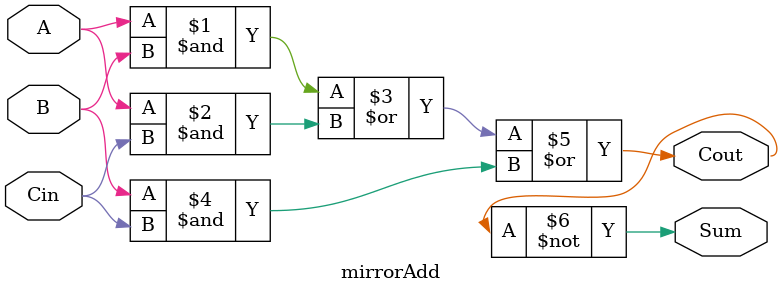
<source format=sv>
`default_nettype none

module approxMirrorAdder
  (input  logic [31:0] A, B,
   output logic [31:0] Out  );

  logic [31:0] Carries;

  genvar i;
  generate 
    for (i = 0; i < 31; i = i + 1) begin: adding
     mirrorAdd mA(.A(A[i]), 
                  .B(B[i]), 
                  .Cin(Carries[i]), 
                  .Sum(Out[i]), 
                  .Cout(Carries[i + 1]));
    end: adding
  endgenerate

endmodule: approxMirrorAdder


module mirrorAdd
  (input  logic A, B, Cin,
   output logic Sum, Cout );

  assign Cout = (A & B) | (A & Cin) | (B & Cin);
  assign Sum  = ~Cout;

endmodule: mirrorAdd

</source>
